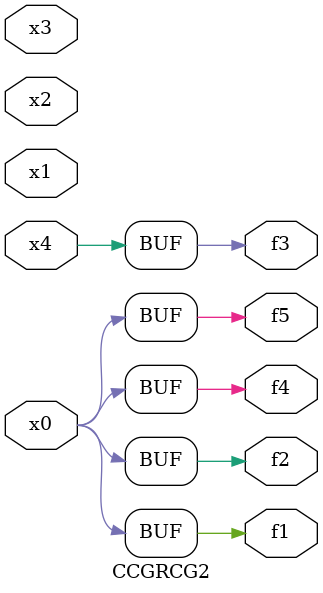
<source format=v>
module CCGRCG2(
	input x0, x1, x2, x3, x4,
	output f1, f2, f3, f4, f5
);
	assign f1 = x0;
	assign f2 = x0;
	assign f3 = x4;
	assign f4 = x0;
	assign f5 = x0;
endmodule

</source>
